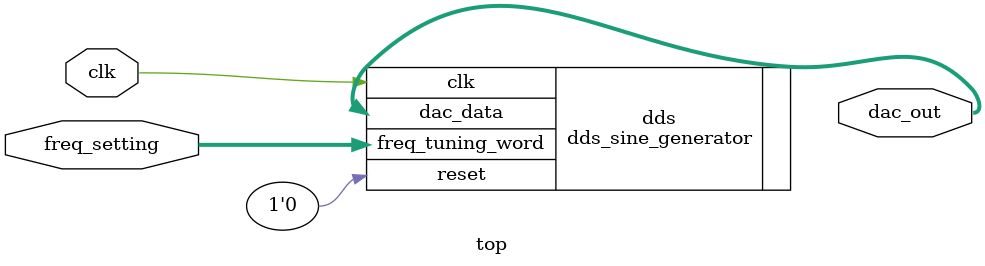
<source format=v>
module top (
    input wire clk,
    input wire [31:0] freq_setting,
    output wire [7:0] dac_out
);

dds_sine_generator dds (
    .clk(clk),
    .reset(1'b0),
    .freq_tuning_word(freq_setting),
    .dac_data(dac_out)
);

endmodule
</source>
